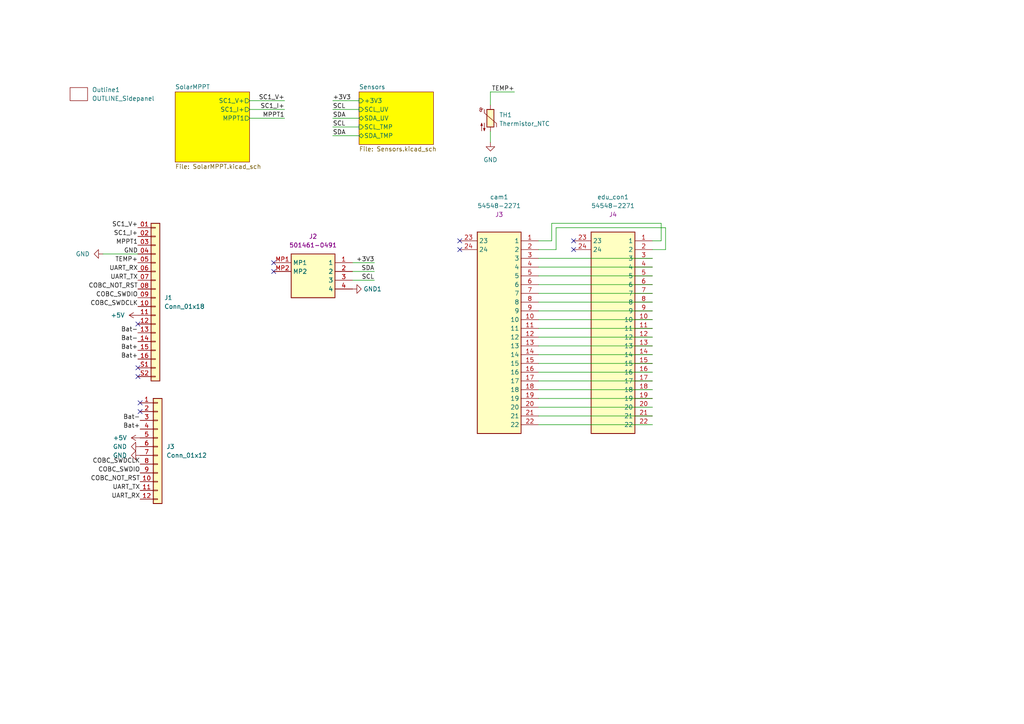
<source format=kicad_sch>
(kicad_sch (version 20231120) (generator "eeschema") (generator_version "8.0")
  (paper "A4")
  (lib_symbols
    (symbol "Cam:54548-2271"
      (property "Value" "54548-2271" (at 0 0 0))
      (property "Reference_1" "J" (at 19.05 7.62 0))
      (property "Value_1" "54548-2271" (at 19.05 5.08 0))
      (symbol "54548-2271_1_1"
        (rectangle (start 5.08 2.54) (end 17.78 -55.88) (stroke (width 0.254)) (fill (type background)))
        (pin passive line (at 22.86 0 180) (length 5.08) (name "1") (number "1"))
        (pin passive line (at 22.86 -22.86 180) (length 5.08) (name "10") (number "10"))
        (pin passive line (at 22.86 -25.4 180) (length 5.08) (name "11") (number "11"))
        (pin passive line (at 22.86 -27.94 180) (length 5.08) (name "12") (number "12"))
        (pin passive line (at 22.86 -30.48 180) (length 5.08) (name "13") (number "13"))
        (pin passive line (at 22.86 -33.02 180) (length 5.08) (name "14") (number "14"))
        (pin passive line (at 22.86 -35.56 180) (length 5.08) (name "15") (number "15"))
        (pin passive line (at 22.86 -38.1 180) (length 5.08) (name "16") (number "16"))
        (pin passive line (at 22.86 -40.64 180) (length 5.08) (name "17") (number "17"))
        (pin passive line (at 22.86 -43.18 180) (length 5.08) (name "18") (number "18"))
        (pin passive line (at 22.86 -45.72 180) (length 5.08) (name "19") (number "19"))
        (pin passive line (at 22.86 -2.54 180) (length 5.08) (name "2") (number "2"))
        (pin passive line (at 22.86 -48.26 180) (length 5.08) (name "20") (number "20"))
        (pin passive line (at 22.86 -50.8 180) (length 5.08) (name "21") (number "21"))
        (pin passive line (at 22.86 -53.34 180) (length 5.08) (name "22") (number "22"))
        (pin passive line (at 0 0 0) (length 5.08) (name "23") (number "23"))
        (pin passive line (at 0 -2.54 0) (length 5.08) (name "24") (number "24"))
        (pin passive line (at 22.86 -5.08 180) (length 5.08) (name "3") (number "3"))
        (pin passive line (at 22.86 -7.62 180) (length 5.08) (name "4") (number "4"))
        (pin passive line (at 22.86 -10.16 180) (length 5.08) (name "5") (number "5"))
        (pin passive line (at 22.86 -12.7 180) (length 5.08) (name "6") (number "6"))
        (pin passive line (at 22.86 -15.24 180) (length 5.08) (name "7") (number "7"))
        (pin passive line (at 22.86 -17.78 180) (length 5.08) (name "8") (number "8"))
        (pin passive line (at 22.86 -20.32 180) (length 5.08) (name "9") (number "9"))
      )
    )
    (symbol "Connector:501461-0491"
      (property "Value" "501461-0491" (at 0 0 0))
      (property "Reference_1" "J" (at 19.05 7.62 0))
      (property "Value_1" "501461-0491" (at 19.05 5.08 0))
      (symbol "501461-0491_1_1"
        (rectangle (start 5.08 2.54) (end 17.78 -10.16) (stroke (width 0.254)) (fill (type background)))
        (pin passive line (at 22.86 0 180) (length 5.08) (name "1") (number "1"))
        (pin passive line (at 22.86 -2.54 180) (length 5.08) (name "2") (number "2"))
        (pin passive line (at 22.86 -5.08 180) (length 5.08) (name "3") (number "3"))
        (pin passive line (at 22.86 -7.62 180) (length 5.08) (name "4") (number "4"))
        (pin passive line (at 0 0 0) (length 5.08) (name "MP1") (number "MP1"))
        (pin passive line (at 0 -2.54 0) (length 5.08) (name "MP2") (number "MP2"))
      )
    )
    (symbol "Connector_Generic:Conn_01x12" (pin_names (offset 1.016) hide)
      (property "Reference" "J" (at 0 15.24 0))
      (property "Value" "Conn_01x12" (at 0 -17.78 0))
      (symbol "Conn_01x12_1_1"
        (rectangle (start -1.27 -15.113) (end 0 -15.367) (stroke (width 0.1524)))
        (rectangle (start -1.27 -12.573) (end 0 -12.827) (stroke (width 0.1524)))
        (rectangle (start -1.27 -10.033) (end 0 -10.287) (stroke (width 0.1524)))
        (rectangle (start -1.27 -7.493) (end 0 -7.747) (stroke (width 0.1524)))
        (rectangle (start -1.27 -4.953) (end 0 -5.207) (stroke (width 0.1524)))
        (rectangle (start -1.27 -2.413) (end 0 -2.667) (stroke (width 0.1524)))
        (rectangle (start -1.27 0.127) (end 0 -0.127) (stroke (width 0.1524)))
        (rectangle (start -1.27 2.667) (end 0 2.413) (stroke (width 0.1524)))
        (rectangle (start -1.27 5.207) (end 0 4.953) (stroke (width 0.1524)))
        (rectangle (start -1.27 7.747) (end 0 7.493) (stroke (width 0.1524)))
        (rectangle (start -1.27 10.287) (end 0 10.033) (stroke (width 0.1524)))
        (rectangle (start -1.27 12.827) (end 0 12.573) (stroke (width 0.1524)))
        (rectangle (start -1.27 13.97) (end 1.27 -16.51) (stroke (width 0.254)) (fill (type background)))
        (pin passive line (at -5.08 12.7 0) (length 3.81) (name "Pin_1") (number "1"))
        (pin passive line (at -5.08 -10.16 0) (length 3.81) (name "Pin_10") (number "10"))
        (pin passive line (at -5.08 -12.7 0) (length 3.81) (name "Pin_11") (number "11"))
        (pin passive line (at -5.08 -15.24 0) (length 3.81) (name "Pin_12") (number "12"))
        (pin passive line (at -5.08 10.16 0) (length 3.81) (name "Pin_2") (number "2"))
        (pin passive line (at -5.08 7.62 0) (length 3.81) (name "Pin_3") (number "3"))
        (pin passive line (at -5.08 5.08 0) (length 3.81) (name "Pin_4") (number "4"))
        (pin passive line (at -5.08 2.54 0) (length 3.81) (name "Pin_5") (number "5"))
        (pin passive line (at -5.08 0 0) (length 3.81) (name "Pin_6") (number "6"))
        (pin passive line (at -5.08 -2.54 0) (length 3.81) (name "Pin_7") (number "7"))
        (pin passive line (at -5.08 -5.08 0) (length 3.81) (name "Pin_8") (number "8"))
        (pin passive line (at -5.08 -7.62 0) (length 3.81) (name "Pin_9") (number "9"))
      )
    )
    (symbol "Connector_Generic:Conn_01x18" (pin_names (offset 1.016) hide)
      (property "Reference" "J1" (at 2.54 0 0))
      (property "Value" "Conn_01x18" (at 2.54 -2.54 0))
      (symbol "Conn_01x18_1_1"
        (rectangle (start -1.27 -22.733) (end 0 -22.987) (stroke (width 0.1524)))
        (rectangle (start -1.27 -20.193) (end 0 -20.447) (stroke (width 0.1524)))
        (rectangle (start -1.27 -17.653) (end 0 -17.907) (stroke (width 0.1524)))
        (rectangle (start -1.27 -15.113) (end 0 -15.367) (stroke (width 0.1524)))
        (rectangle (start -1.27 -12.573) (end 0 -12.827) (stroke (width 0.1524)))
        (rectangle (start -1.27 -10.033) (end 0 -10.287) (stroke (width 0.1524)))
        (rectangle (start -1.27 -7.493) (end 0 -7.747) (stroke (width 0.1524)))
        (rectangle (start -1.27 -4.953) (end 0 -5.207) (stroke (width 0.1524)))
        (rectangle (start -1.27 -2.413) (end 0 -2.667) (stroke (width 0.1524)))
        (rectangle (start -1.27 0.127) (end 0 -0.127) (stroke (width 0.1524)))
        (rectangle (start -1.27 2.667) (end 0 2.413) (stroke (width 0.1524)))
        (rectangle (start -1.27 5.207) (end 0 4.953) (stroke (width 0.1524)))
        (rectangle (start -1.27 7.747) (end 0 7.493) (stroke (width 0.1524)))
        (rectangle (start -1.27 10.287) (end 0 10.033) (stroke (width 0.1524)))
        (rectangle (start -1.27 12.827) (end 0 12.573) (stroke (width 0.1524)))
        (rectangle (start -1.27 15.367) (end 0 15.113) (stroke (width 0.1524)))
        (rectangle (start -1.27 17.907) (end 0 17.653) (stroke (width 0.1524)))
        (rectangle (start -1.27 20.447) (end 0 20.193) (stroke (width 0.1524)))
        (rectangle (start -1.27 21.59) (end 1.27 -24.13) (stroke (width 0.254)) (fill (type background)))
        (pin passive line (at -5.08 20.32 0) (length 3.81) (name "Pin_1") (number "01"))
        (pin passive line (at -5.08 17.78 0) (length 3.81) (name "Pin_2") (number "02"))
        (pin passive line (at -5.08 15.24 0) (length 3.81) (name "Pin_3") (number "03"))
        (pin passive line (at -5.08 12.7 0) (length 3.81) (name "Pin_4") (number "04"))
        (pin passive line (at -5.08 10.16 0) (length 3.81) (name "Pin_5") (number "05"))
        (pin passive line (at -5.08 7.62 0) (length 3.81) (name "Pin_6") (number "06"))
        (pin passive line (at -5.08 5.08 0) (length 3.81) (name "Pin_7") (number "07"))
        (pin passive line (at -5.08 2.54 0) (length 3.81) (name "Pin_8") (number "08"))
        (pin passive line (at -5.08 0 0) (length 3.81) (name "Pin_9") (number "09"))
        (pin passive line (at -5.08 -2.54 0) (length 3.81) (name "Pin_10") (number "10"))
        (pin passive line (at -5.08 -5.08 0) (length 3.81) (name "Pin_11") (number "11"))
        (pin passive line (at -5.08 -7.62 0) (length 3.81) (name "Pin_12") (number "12"))
        (pin passive line (at -5.08 -10.16 0) (length 3.81) (name "Pin_13") (number "13"))
        (pin passive line (at -5.08 -12.7 0) (length 3.81) (name "Pin_14") (number "14"))
        (pin passive line (at -5.08 -15.24 0) (length 3.81) (name "Pin_15") (number "15"))
        (pin passive line (at -5.08 -17.78 0) (length 3.81) (name "Pin_16") (number "16"))
        (pin passive line (at -5.08 -20.32 0) (length 3.81) (name "Pin_17") (number "S1"))
        (pin passive line (at -5.08 -22.86 0) (length 3.81) (name "Pin_18") (number "S2"))
      )
    )
    (symbol "Device:Thermistor_NTC" (pin_numbers hide) (pin_names (offset 0))
      (property "Reference" "TH1" (at 2.54 0.9526 0))
      (property "Value" "Thermistor_NTC" (at 2.54 -1.5874 0))
      (symbol "Thermistor_NTC_0_1"
        (arc (start -3.048 2.159) (mid -3.0505 2.3165) (end -3.175 2.413))
        (arc (start -3.048 2.159) (mid -2.9736 1.9794) (end -2.794 1.905))
        (arc (start -3.048 2.794) (mid -2.9736 2.6144) (end -2.794 2.54))
        (arc (start -2.794 1.905) (mid -2.6144 1.9794) (end -2.54 2.159))
        (arc (start -2.794 2.54) (mid -2.434 2.5608) (end -2.159 2.794))
        (arc (start -2.794 3.048) (mid -2.9736 2.9736) (end -3.048 2.794))
        (arc (start -2.54 2.794) (mid -2.6144 2.9736) (end -2.794 3.048))
        (rectangle (start -1.016 2.54) (end 1.016 -2.54) (stroke (width 0.254)) (fill (type background)))
        (polyline (pts (xy -2.54 2.159) (xy -2.54 2.794)))
        (polyline (pts (xy -1.778 2.54) (xy -1.778 1.524) (xy 1.778 -1.524) (xy 1.778 -2.54)))
        (polyline (pts (xy -2.54 -3.683) (xy -2.54 -1.397) (xy -2.794 -2.159) (xy -2.286 -2.159) (xy -2.54 -1.397) (xy -2.54 -1.651)) (fill (type outline)))
        (polyline (pts (xy -1.778 -1.397) (xy -1.778 -3.683) (xy -2.032 -2.921) (xy -1.524 -2.921) (xy -1.778 -3.683) (xy -1.778 -3.429)) (fill (type outline)))
      )
      (symbol "Thermistor_NTC_1_1"
        (pin passive line (at 0 3.81 270) (length 1.27) (name "~") (number "1"))
        (pin passive line (at 0 -3.81 90) (length 1.27) (name "~") (number "2"))
      )
    )
    (symbol "USER_Outline:OUTLINE_Sidepanel" (in_bom no)
      (property "Reference" "Outline?" (at 3.81 -3.1749 0))
      (property "Value" "OUTLINE_Sidepanel" (at 3.81 -5.7149 0))
      (symbol "OUTLINE_Sidepanel_0_1"
        (rectangle (start -2.54 -2.54) (end 2.54 -6.35))
      )
    )
    (symbol "power:+5V" (power) (pin_names (offset 0))
      (property "Value" "+5V" (at 0 3.556 0))
      (symbol "+5V_0_1"
        (polyline (pts (xy -0.762 1.27) (xy 0 2.54)))
        (polyline (pts (xy 0 0) (xy 0 2.54)))
        (polyline (pts (xy 0 2.54) (xy 0.762 1.27)))
      )
      (symbol "+5V_1_1"
        (pin power_in line (at 0 0 90) (length 0) hide (name "+5V") (number "1"))
      )
    )
    (symbol "power:GND" (power) (pin_names (offset 0))
      (property "Value" "GND" (at 0 -3.81 0))
      (symbol "GND_0_1"
        (polyline (pts (xy 0 0) (xy 0 -1.27) (xy 1.27 -1.27) (xy 0 -2.54) (xy -1.27 -1.27) (xy 0 -1.27)))
      )
      (symbol "GND_1_1"
        (pin power_in line (at 0 0 270) (length 0) hide (name "GND") (number "1"))
      )
    )
    (symbol "power:GND1" (power) (pin_names (offset 0))
      (property "Value" "GND1" (at 0 -3.81 0))
      (symbol "GND1_0_1"
        (polyline (pts (xy 0 0) (xy 0 -1.27) (xy 1.27 -1.27) (xy 0 -2.54) (xy -1.27 -1.27) (xy 0 -1.27)))
      )
      (symbol "GND1_1_1"
        (pin power_in line (at 0 0 270) (length 0) hide (name "GND1") (number "1"))
      )
    )
  )
  (no_connect (at 40.64 116.84))
  (no_connect (at 79.375 76.2))
  (no_connect (at 40.005 93.98))
  (no_connect (at 133.35 72.39))
  (no_connect (at 40.64 119.38))
  (no_connect (at 166.37 69.85))
  (no_connect (at 40.005 109.22))
  (no_connect (at 79.375 78.74))
  (no_connect (at 166.37 72.39))
  (no_connect (at 133.35 69.85))
  (no_connect (at 40.005 106.68))
  (wire (pts (xy 156.21 113.03) (xy 189.23 113.03)))
  (wire (pts (xy 156.21 110.49) (xy 189.23 110.49)))
  (wire (pts (xy 142.24 26.67) (xy 142.24 30.48)))
  (wire (pts (xy 156.21 97.79) (xy 189.23 97.79)))
  (wire (pts (xy 108.585 78.74) (xy 102.235 78.74)))
  (wire (pts (xy 142.24 38.1) (xy 142.24 41.275)))
  (wire (pts (xy 156.21 77.47) (xy 189.23 77.47)))
  (wire (pts (xy 96.52 39.37) (xy 104.14 39.37)))
  (wire (pts (xy 156.21 102.87) (xy 189.23 102.87)))
  (wire (pts (xy 72.39 29.21) (xy 82.55 29.21)))
  (wire (pts (xy 142.24 26.67) (xy 149.225 26.67)))
  (wire (pts (xy 156.21 115.57) (xy 189.23 115.57)))
  (wire (pts (xy 191.77 69.85) (xy 189.23 69.85)))
  (wire (pts (xy 96.52 36.83) (xy 104.14 36.83)))
  (wire (pts (xy 160.02 64.77) (xy 191.77 64.77)))
  (wire (pts (xy 189.23 72.39) (xy 193.04 72.39)))
  (wire (pts (xy 156.21 69.85) (xy 160.02 69.85)))
  (wire (pts (xy 72.39 34.29) (xy 82.55 34.29)))
  (wire (pts (xy 193.04 72.39) (xy 193.04 66.04)))
  (wire (pts (xy 156.21 87.63) (xy 189.23 87.63)))
  (wire (pts (xy 156.21 118.11) (xy 189.23 118.11)))
  (wire (pts (xy 191.77 64.77) (xy 191.77 69.85)))
  (wire (pts (xy 96.52 34.29) (xy 104.14 34.29)))
  (wire (pts (xy 161.29 72.39) (xy 156.21 72.39)))
  (wire (pts (xy 156.21 80.01) (xy 189.23 80.01)))
  (wire (pts (xy 108.585 81.28) (xy 102.235 81.28)))
  (wire (pts (xy 72.39 31.75) (xy 82.55 31.75)))
  (wire (pts (xy 96.52 31.75) (xy 104.14 31.75)))
  (wire (pts (xy 161.29 66.04) (xy 161.29 72.39)))
  (wire (pts (xy 156.21 107.95) (xy 189.23 107.95)))
  (wire (pts (xy 102.235 76.2) (xy 108.585 76.2)))
  (wire (pts (xy 156.21 85.09) (xy 189.23 85.09)))
  (wire (pts (xy 156.21 92.71) (xy 189.23 92.71)))
  (wire (pts (xy 156.21 95.25) (xy 189.23 95.25)))
  (wire (pts (xy 156.21 105.41) (xy 189.23 105.41)))
  (wire (pts (xy 156.21 123.19) (xy 189.23 123.19)))
  (wire (pts (xy 29.845 73.66) (xy 40.005 73.66)))
  (wire (pts (xy 193.04 66.04) (xy 161.29 66.04)))
  (wire (pts (xy 160.02 69.85) (xy 160.02 64.77)))
  (wire (pts (xy 156.21 74.93) (xy 189.23 74.93)))
  (wire (pts (xy 96.52 29.21) (xy 104.14 29.21)))
  (wire (pts (xy 156.21 100.33) (xy 189.23 100.33)))
  (wire (pts (xy 156.21 90.17) (xy 189.23 90.17)))
  (wire (pts (xy 156.21 82.55) (xy 189.23 82.55)))
  (wire (pts (xy 156.21 120.65) (xy 189.23 120.65)))
  (label "TEMP+" (at 149.225 26.67 180))
  (label "COBC_SWDIO" (at 40.005 86.36 180))
  (label "SC1_V+" (at 82.55 29.21 180))
  (label "COBC_SWDCLK" (at 40.64 134.62 180))
  (label "SC1_I+" (at 82.55 31.75 180))
  (label "Bat+" (at 40.005 104.14 180))
  (label "SDA" (at 96.52 34.29 0))
  (label "MPPT1" (at 82.55 34.29 180))
  (label "TEMP+" (at 40.005 76.2 180))
  (label "GND" (at 40.005 73.66 180))
  (label "SCL" (at 96.52 31.75 0))
  (label "SCL" (at 96.52 36.83 0))
  (label "UART_TX" (at 40.005 81.28 180))
  (label "UART_TX" (at 40.64 142.24 180))
  (label "UART_RX" (at 40.005 78.74 180))
  (label "+3V3" (at 96.52 29.21 0))
  (label "SDA" (at 96.52 39.37 0))
  (label "Bat+" (at 40.64 124.46 180))
  (label "COBC_SWDCLK" (at 40.005 88.9 180))
  (label "COBC_NOT_RST" (at 40.64 139.7 180))
  (label "Bat-" (at 40.005 99.06 180))
  (label "Bat-" (at 40.005 96.52 180))
  (label "Bat+" (at 40.005 101.6 180))
  (label "Bat-" (at 40.64 121.92 180))
  (label "+3V3" (at 108.585 76.2 180))
  (label "SC1_V+" (at 40.005 66.04 180))
  (label "UART_RX" (at 40.64 144.78 180))
  (label "COBC_NOT_RST" (at 40.005 83.82 180))
  (label "SC1_I+" (at 40.005 68.58 180))
  (label "SCL" (at 108.585 81.28 180))
  (label "COBC_SWDIO" (at 40.64 137.16 180))
  (label "MPPT1" (at 40.005 71.12 180))
  (label "SDA" (at 108.585 78.74 180))
  (symbol (lib_id "power:GND") (at 142.24 41.275 0) (unit 1)
    (property "Reference" "#PWR0107" (effects (hide yes)))
    (property "Value" "GND" (at 142.24 46.355 0))
  )
  (symbol (lib_id "power:GND1") (at 102.235 83.82 90) (unit 1)
    (property "Reference" "#PWR07" (effects (hide yes)))
    (property "Value" "GND1" (at 105.41 83.82 90) (effects (justify right)))
  )
  (symbol (lib_id "power:GND") (at 29.845 73.66 270) (unit 1)
    (property "Reference" "#PWR0111" (effects (hide yes)))
    (property "Value" "GND" (at 26.035 73.6599 90) (effects (justify right)))
  )
  (symbol (lib_id "power:GND") (at 40.64 129.54 270) (unit 1)
    (property "Reference" "#PWR01" (effects (hide yes)))
    (property "Value" "GND" (at 36.83 129.5399 90) (effects (justify right)))
  )
  (symbol (lib_id "USER_Outline:OUTLINE_Sidepanel") (at 22.86 22.86 0) (unit 1) (in_bom no)
    (property "Reference" "Outline1" (at 26.67 26.0349 0) (effects (justify left)))
    (property "Value" "OUTLINE_Sidepanel" (at 26.67 28.5749 0) (effects (justify left)))
    (property "Footprint" "STS_Sidepanels_Outline:OUTLINE_SidepanelZ-" (effects (hide yes)))
  )
  (symbol (lib_id "Device:Thermistor_NTC") (at 142.24 34.29 0) (unit 1)
    (property "Reference" "TH1" (at 144.78 33.3374 0) (effects (justify left)))
    (property "Value" "Thermistor_NTC" (at 144.78 35.8774 0) (effects (justify left)))
    (property "Footprint" "Resistor_SMD:R_0805_2012Metric_Pad1.20x1.40mm_HandSolder" (effects (hide yes)))
  )
  (symbol (lib_id "Connector_Generic:Conn_01x12") (at 45.72 129.54 0) (unit 1)
    (property "Reference" "J3" (at 48.26 129.54 0) (effects (justify left)))
    (property "Value" "Conn_01x12" (at 48.26 132.08 0) (effects (justify left)))
    (property "Footprint" "STS_connector:conn_to_panel" (effects (hide yes)))
  )
  (symbol (lib_id "power:GND") (at 40.64 132.08 270) (unit 1)
    (property "Reference" "#PWR06" (effects (hide yes)))
    (property "Value" "GND" (at 36.83 132.0799 90) (effects (justify right)))
  )
  (symbol (lib_id "Cam:54548-2271") (at 133.35 69.85 0) (unit 1)
    (property "Reference" "cam1" (at 144.78 57.15 0))
    (property "Value" "54548-2271" (at 144.78 59.69 0))
    (property "Footprint" "STS_connector:545482271" (effects (hide yes)))
    (property "Reference_1" "J3" (at 144.78 62.23 0))
    (property "Value_1" "54548-2271" (effects (hide yes)))
    (property "Footprint_1" "545482271" (effects (hide yes)))
    (property "Datasheet_1" "http://www.molex.com/webdocs/datasheets/pdf/en-us//0545482271_FFC_FPC_CONNECTORS.pdf" (effects (hide yes)))
    (property "Height" "1" (effects (hide yes)))
    (property "Manufacturer_Name" "Molex" (effects (hide yes)))
    (property "Manufacturer_Part_Number" "54548-2271" (effects (hide yes)))
    (property "Mouser Part Number" "538-54548-2271" (effects (hide yes)))
    (property "Mouser Price/Stock" "https://www.mouser.co.uk/ProductDetail/Molex/54548-2271?qs=qM7ngqbhX5X3ZiWzRWv9wA%3D%3D" (effects (hide yes)))
  )
  (symbol (lib_id "power:+5V") (at 40.64 127 90) (unit 1)
    (property "Reference" "#PWR05" (effects (hide yes)))
    (property "Value" "+5V" (at 36.83 127 90) (effects (justify left)))
  )
  (symbol (lib_id "power:+5V") (at 40.005 91.44 90) (unit 1)
    (property "Reference" "#PWR08" (effects (hide yes)))
    (property "Value" "+5V" (at 36.195 91.44 90) (effects (justify left)))
  )
  (symbol (lib_id "Cam:54548-2271") (at 166.37 69.85 0) (unit 1)
    (property "Reference" "edu_con1" (at 177.8 57.15 0))
    (property "Value" "54548-2271" (at 177.8 59.69 0))
    (property "Footprint" "STS_connector:545482271" (effects (hide yes)))
    (property "Reference_1" "J4" (at 177.8 62.23 0))
    (property "Value_1" "54548-2271" (effects (hide yes)))
    (property "Footprint_1" "545482271" (effects (hide yes)))
    (property "Datasheet_1" "http://www.molex.com/webdocs/datasheets/pdf/en-us//0545482271_FFC_FPC_CONNECTORS.pdf" (effects (hide yes)))
    (property "Height" "1" (effects (hide yes)))
    (property "Manufacturer_Name" "Molex" (effects (hide yes)))
    (property "Manufacturer_Part_Number" "54548-2271" (effects (hide yes)))
    (property "Mouser Part Number" "538-54548-2271" (effects (hide yes)))
    (property "Mouser Price/Stock" "https://www.mouser.co.uk/ProductDetail/Molex/54548-2271?qs=qM7ngqbhX5X3ZiWzRWv9wA%3D%3D" (effects (hide yes)))
  )
  (symbol (lib_id "Connector_Generic:Conn_01x18") (at 45.085 86.36 0) (unit 1)
    (property "Reference" "J1" (at 47.625 86.36 0) (effects (justify left)))
    (property "Value" "Conn_01x18" (at 47.625 88.9 0) (effects (justify left)))
    (property "Footprint" "STS_connector:SAMTEC_ZF5S-16-01-T-WT" (effects (hide yes)))
  )
  (symbol (lib_id "Connector:501461-0491") (at 79.375 76.2 0) (unit 1)
    (property "Reference" "UV1" (effects (hide yes)))
    (property "Value" "501461-0491" (effects (hide yes)))
    (property "Footprint" "STS_connector:200528-0040" (effects (hide yes)))
    (property "Reference_1" "J2" (at 90.805 68.58 0))
    (property "Value_1" "501461-0491" (at 90.805 71.12 0))
    (property "Footprint_1" "5014610491" (effects (hide yes)))
    (property "Datasheet_1" "https://componentsearchengine.com/Datasheets/1/501461-0491.pdf" (effects (hide yes)))
    (property "Height" "3.45" (effects (hide yes)))
    (property "Manufacturer_Name" "Molex" (effects (hide yes)))
    (property "Manufacturer_Part_Number" "501461-0491" (effects (hide yes)))
    (property "Mouser Part Number" "538-501461-0491" (effects (hide yes)))
    (property "Mouser Price/Stock" "https://www.mouser.co.uk/ProductDetail/Molex/501461-0491?qs=un1JgU%2F7%252BkQooiwKJB4FIA%3D%3D" (effects (hide yes)))
  )
  (sheet (at 50.8 26.67) (size 21.59 20.32) (stroke (width 0.1524)) (fill (color 255 253 0 1.0000))
    (property "Sheetname" "SolarMPPT" (at 50.8 25.9584 0) (effects (justify left bottom)))
    (property "Sheetfile" "SolarMPPT.kicad_sch" (at 50.8 47.5746 0) (effects (justify left top)))
    (pin "SC1_V+" output (at 72.39 29.21 0))
    (pin "SC1_I+" output (at 72.39 31.75 0))
    (pin "MPPT1" output (at 72.39 34.29 0))
  )
  (sheet (at 104.14 26.67) (size 21.59 15.24) (stroke (width 0.1524)) (fill (color 255 253 0 1.0000))
    (property "Sheetname" "Sensors" (at 104.14 25.9584 0) (effects (justify left bottom)))
    (property "Sheetfile" "Sensors.kicad_sch" (at 104.14 42.4946 0) (effects (justify left top)))
    (pin "+3V3" input (at 104.14 29.21 180))
    (pin "SCL_UV" input (at 104.14 31.75 180))
    (pin "SDA_UV" bidirectional (at 104.14 34.29 180))
    (pin "SCL_TMP" input (at 104.14 36.83 180))
    (pin "SDA_TMP" bidirectional (at 104.14 39.37 180))
  )
)
</source>
